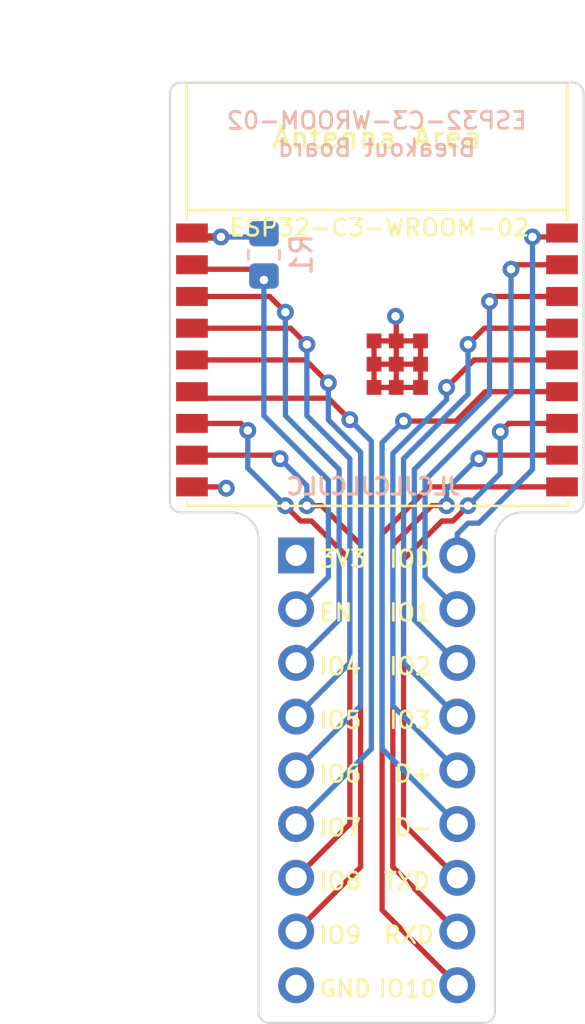
<source format=kicad_pcb>
(kicad_pcb (version 20221018) (generator pcbnew)
  (title_block (title "ESP32-C3-WROOM-02 Breakout Board") (date "2024-02-11") (rev "1.1") (company "K.Takata"))
  (layers (0 "F.Cu" signal) (1 "In1.Cu" signal) (2 "In2.Cu" signal) (31 "B.Cu" signal) (34 "B.Paste" user) (35 "F.Paste" user) (36 "B.SilkS" user "B.Silkscreen") (37 "F.SilkS" user "F.Silkscreen") (38 "B.Mask" user) (39 "F.Mask" user) (44 "Edge.Cuts" user))
  (net 0 "")
  (net 1 "+3.3V")
  (net 2 "EN")
  (net 3 "GPIO4")
  (net 4 "GPIO5")
  (net 5 "GPIO6")
  (net 6 "GPIO7")
  (net 7 "GPIO8")
  (net 8 "GPIO9")
  (net 9 "GND")
  (net 10 "GPIO10")
  (net 11 "U0RXD")
  (net 12 "U0TXD")
  (net 13 "USB_D-")
  (net 14 "USB_D+")
  (net 15 "GPIO3")
  (net 16 "GPIO2")
  (net 17 "GPIO1")
  (net 18 "GPIO0")
  (footprint "PCM_Espressif:ESP32-C3-WROOM-02" (layer "F.Cu") (at 69.863 51.62)
    (fp_text reference "U1" hide)
    (fp_text value "ESP32-C3-WROOM-02" (at 0.114 -6.154) (layer "F.SilkS") (effects (font (size 0.8 0.8) (thickness 0.13))))
    (fp_text user "Antenna Area" (at 0 -10.4) (layer "F.SilkS"))
    (fp_line (start -9 -13) (end -9 -6.5) (stroke (width 0.12)) (layer "F.SilkS"))
    (fp_line (start -9 -13) (end 9 -13) (stroke (width 0.12)) (layer "F.SilkS"))
    (fp_line (start -9 7) (end -9 6.75) (stroke (width 0.12)) (layer "F.SilkS"))
    (fp_line (start 9 -13) (end 9 -6.5) (stroke (width 0.12)) (layer "F.SilkS"))
    (fp_line (start 9 -7) (end -8.95 -7) (stroke (width 0.12)) (layer "F.SilkS"))
    (fp_line (start 9 6.75) (end 9 7) (stroke (width 0.12)) (layer "F.SilkS"))
    (fp_line (start 9 7) (end -9 7) (stroke (width 0.12)) (layer "F.SilkS"))
    (pad "1" smd rect (at -8.75 -5.9) (size 1.5 0.9) (layers "F.Cu" "F.Paste" "F.Mask") (net 1 "+3.3V"))
    (pad "2" smd rect (at -8.75 -4.4) (size 1.5 0.9) (layers "F.Cu" "F.Paste" "F.Mask") (net 2 "EN"))
    (pad "3" smd rect (at -8.75 -2.9) (size 1.5 0.9) (layers "F.Cu" "F.Paste" "F.Mask") (net 3 "GPIO4"))
    (pad "4" smd rect (at -8.75 -1.4) (size 1.5 0.9) (layers "F.Cu" "F.Paste" "F.Mask") (net 4 "GPIO5"))
    (pad "5" smd rect (at -8.75 0.1) (size 1.5 0.9) (layers "F.Cu" "F.Paste" "F.Mask") (net 5 "GPIO6"))
    (pad "6" smd rect (at -8.75 1.6) (size 1.5 0.9) (layers "F.Cu" "F.Paste" "F.Mask") (net 6 "GPIO7"))
    (pad "7" smd rect (at -8.75 3.1) (size 1.5 0.9) (layers "F.Cu" "F.Paste" "F.Mask") (net 7 "GPIO8"))
    (pad "8" smd rect (at -8.75 4.6) (size 1.5 0.9) (layers "F.Cu" "F.Paste" "F.Mask") (net 8 "GPIO9"))
    (pad "9" smd rect (at -8.75 6.1) (size 1.5 0.9) (layers "F.Cu" "F.Paste" "F.Mask") (net 9 "GND"))
    (pad "10" smd rect (at 8.75 6.1 180) (size 1.5 0.9) (layers "F.Cu" "F.Paste" "F.Mask") (net 10 "GPIO10"))
    (pad "11" smd rect (at 8.75 4.6 180) (size 1.5 0.9) (layers "F.Cu" "F.Paste" "F.Mask") (net 11 "U0RXD"))
    (pad "12" smd rect (at 8.75 3.1 180) (size 1.5 0.9) (layers "F.Cu" "F.Paste" "F.Mask") (net 12 "U0TXD"))
    (pad "13" smd rect (at 8.75 1.6 180) (size 1.5 0.9) (layers "F.Cu" "F.Paste" "F.Mask") (net 13 "USB_D-"))
    (pad "14" smd rect (at 8.75 0.1 180) (size 1.5 0.9) (layers "F.Cu" "F.Paste" "F.Mask") (net 14 "USB_D+"))
    (pad "15" smd rect (at 8.75 -1.4 180) (size 1.5 0.9) (layers "F.Cu" "F.Paste" "F.Mask") (net 15 "GPIO3"))
    (pad "16" smd rect (at 8.75 -2.9 180) (size 1.5 0.9) (layers "F.Cu" "F.Paste" "F.Mask") (net 16 "GPIO2"))
    (pad "17" smd rect (at 8.75 -4.4 180) (size 1.5 0.9) (layers "F.Cu" "F.Paste" "F.Mask") (net 17 "GPIO1"))
    (pad "18" smd rect (at 8.75 -5.9 180) (size 1.5 0.9) (layers "F.Cu" "F.Paste" "F.Mask") (net 18 "GPIO0"))
    (pad "19" smd rect (at -0.14 -0.8 180) (size 0.7 0.7) (layers "F.Cu" "F.Paste" "F.Mask") (net 9 "GND"))
    (pad "19" smd rect (at -0.14 0.3 180) (size 0.7 0.7) (layers "F.Cu" "F.Paste" "F.Mask") (net 9 "GND"))
    (pad "19" smd rect (at -0.14 1.4 180) (size 0.7 0.7) (layers "F.Cu" "F.Paste" "F.Mask") (net 9 "GND"))
    (pad "19" smd rect (at 0.91 -0.8 180) (size 0.7 0.7) (layers "F.Cu" "F.Paste" "F.Mask") (net 9 "GND"))
    (pad "19" smd rect (at 0.91 0.3 180) (size 0.7 0.7) (layers "F.Cu" "F.Paste" "F.Mask") (net 9 "GND"))
    (pad "19" smd rect (at 0.91 1.4 180) (size 0.7 0.7) (layers "F.Cu" "F.Paste" "F.Mask") (net 9 "GND"))
    (pad "19" smd rect (at 2.06 -0.8 180) (size 0.7 0.7) (layers "F.Cu" "F.Paste" "F.Mask") (net 9 "GND"))
    (pad "19" smd rect (at 2.06 0.3 180) (size 0.7 0.7) (layers "F.Cu" "F.Paste" "F.Mask") (net 9 "GND"))
    (pad "19" smd rect (at 2.06 1.4 180) (size 0.7 0.7) (layers "F.Cu" "F.Paste" "F.Mask") (net 9 "GND"))
  )
  (footprint "Connector_PinHeader_2.54mm:PinHeader_1x09_P2.54mm_Vertical" (layer "B.Cu") (at 66.04 60.96 180)
    (fp_text reference "J1" hide)
    (fp_text value "Conn_01x09_Pin" hide)
    (pad "1" thru_hole rect (at 0 0 180) (size 1.7 1.7) (drill 1) (layers "*.Cu" "*.Mask") (net 1 "+3.3V"))
    (pad "2" thru_hole oval (at 0 -2.54 180) (size 1.7 1.7) (drill 1) (layers "*.Cu" "*.Mask") (net 2 "EN"))
    (pad "3" thru_hole oval (at 0 -5.08 180) (size 1.7 1.7) (drill 1) (layers "*.Cu" "*.Mask") (net 3 "GPIO4"))
    (pad "4" thru_hole oval (at 0 -7.62 180) (size 1.7 1.7) (drill 1) (layers "*.Cu" "*.Mask") (net 4 "GPIO5"))
    (pad "5" thru_hole oval (at 0 -10.16 180) (size 1.7 1.7) (drill 1) (layers "*.Cu" "*.Mask") (net 5 "GPIO6"))
    (pad "6" thru_hole oval (at 0 -12.7 180) (size 1.7 1.7) (drill 1) (layers "*.Cu" "*.Mask") (net 6 "GPIO7"))
    (pad "7" thru_hole oval (at 0 -15.24 180) (size 1.7 1.7) (drill 1) (layers "*.Cu" "*.Mask") (net 7 "GPIO8"))
    (pad "8" thru_hole oval (at 0 -17.78 180) (size 1.7 1.7) (drill 1) (layers "*.Cu" "*.Mask") (net 8 "GPIO9"))
    (pad "9" thru_hole oval (at 0 -20.32 180) (size 1.7 1.7) (drill 1) (layers "*.Cu" "*.Mask") (net 9 "GND"))
  )
  (footprint "Resistor_SMD:R_0805_2012Metric_Pad1.20x1.40mm_HandSolder" (layer "B.Cu") (at 64.516 46.752 -90)
    (fp_text reference "R1" (at -0.016 -1.778 90) (layer "B.SilkS") (effects (justify mirror)))
    (fp_text value "10k")
    (fp_line (start -0.227064 -0.735) (end 0.227064 -0.735) (stroke (width 0.12)) (layer "B.SilkS"))
    (fp_line (start -0.227064 0.735) (end 0.227064 0.735) (stroke (width 0.12)) (layer "B.SilkS"))
    (pad "1" smd roundrect (at -1 0 270) (size 1.2 1.4) (layers "B.Cu" "B.Paste" "B.Mask") (roundrect_rratio 0.2083333333) (net 1 "+3.3V"))
    (pad "2" smd roundrect (at 1 0 270) (size 1.2 1.4) (layers "B.Cu" "B.Paste" "B.Mask") (roundrect_rratio 0.2083333333) (net 2 "EN"))
  )
  (footprint "Connector_PinHeader_2.54mm:PinHeader_1x09_P2.54mm_Vertical" (layer "B.Cu") (at 73.66 81.28)
    (fp_text reference "J2" hide)
    (fp_text value "Conn_01x09_Pin" hide)
    (pad "1" thru_hole oval (at 0 0) (size 1.7 1.7) (drill 1) (layers "*.Cu" "*.Mask") (net 10 "GPIO10"))
    (pad "2" thru_hole oval (at 0 -2.54) (size 1.7 1.7) (drill 1) (layers "*.Cu" "*.Mask") (net 11 "U0RXD"))
    (pad "3" thru_hole oval (at 0 -5.08) (size 1.7 1.7) (drill 1) (layers "*.Cu" "*.Mask") (net 12 "U0TXD"))
    (pad "4" thru_hole oval (at 0 -7.62) (size 1.7 1.7) (drill 1) (layers "*.Cu" "*.Mask") (net 13 "USB_D-"))
    (pad "5" thru_hole oval (at 0 -10.16) (size 1.7 1.7) (drill 1) (layers "*.Cu" "*.Mask") (net 14 "USB_D+"))
    (pad "6" thru_hole oval (at 0 -12.7) (size 1.7 1.7) (drill 1) (layers "*.Cu" "*.Mask") (net 15 "GPIO3"))
    (pad "7" thru_hole oval (at 0 -15.24) (size 1.7 1.7) (drill 1) (layers "*.Cu" "*.Mask") (net 16 "GPIO2"))
    (pad "8" thru_hole oval (at 0 -17.78) (size 1.7 1.7) (drill 1) (layers "*.Cu" "*.Mask") (net 17 "GPIO1"))
    (pad "9" thru_hole oval (at 0 -20.32) (size 1.7 1.7) (drill 1) (layers "*.Cu" "*.Mask") (net 18 "GPIO0"))
  )
  (gr_arc (start 79.629 58.42) (mid 79.48021 58.77921) (end 79.121 58.928) (stroke (width 0.1)) (layer "Edge.Cuts"))
  (gr_line (start 64.77 83.058) (end 74.93 83.058) (stroke (width 0.1)) (layer "Edge.Cuts"))
  (gr_line (start 76.708 58.928) (end 79.121 58.928) (stroke (width 0.1)) (layer "Edge.Cuts"))
  (gr_arc (start 64.77 83.058) (mid 64.41079 82.90921) (end 64.262 82.55) (stroke (width 0.1)) (layer "Edge.Cuts"))
  (gr_arc (start 60.579 58.928) (mid 60.21979 58.77921) (end 60.071 58.42) (stroke (width 0.1)) (layer "Edge.Cuts"))
  (gr_line (start 79.629 58.42) (end 79.629 39.116) (stroke (width 0.1)) (layer "Edge.Cuts"))
  (gr_arc (start 75.438 82.55) (mid 75.28921 82.90921) (end 74.93 83.058) (stroke (width 0.1)) (layer "Edge.Cuts"))
  (gr_line (start 60.579 58.928) (end 62.992 58.928) (stroke (width 0.1)) (layer "Edge.Cuts"))
  (gr_line (start 64.262 60.198) (end 64.262 82.55) (stroke (width 0.1)) (layer "Edge.Cuts"))
  (gr_line (start 79.121 38.608) (end 60.579 38.608) (stroke (width 0.1)) (layer "Edge.Cuts"))
  (gr_line (start 60.071 39.116) (end 60.071 58.42) (stroke (width 0.1)) (layer "Edge.Cuts"))
  (gr_arc (start 60.071 39.116) (mid 60.21979 38.75679) (end 60.579 38.608) (stroke (width 0.1)) (layer "Edge.Cuts"))
  (gr_arc (start 75.438 60.198) (mid 75.809974 59.299974) (end 76.708 58.928) (stroke (width 0.1)) (layer "Edge.Cuts"))
  (gr_line (start 75.438 82.55) (end 75.438 60.198) (stroke (width 0.1)) (layer "Edge.Cuts"))
  (gr_arc (start 79.121 38.608) (mid 79.48021 38.75679) (end 79.629 39.116) (stroke (width 0.1)) (layer "Edge.Cuts"))
  (gr_arc (start 62.992 58.928) (mid 63.890026 59.299974) (end 64.262 60.198) (stroke (width 0.1)) (layer "Edge.Cuts"))
  (gr_text "ESP32-C3-WROOM-02\nBreakout Board" (at 69.85 42.164) (layer "B.SilkS") (effects (font (size 0.8 0.8) (thickness 0.13)) (justify bottom mirror)))
  (gr_text "JLCJLCJLCJLC" (at 73.914 58.166) (layer "B.SilkS") (effects (font (size 0.8 0.8)) (justify left bottom mirror)))
  (gr_text "D+" (at 70.612 71.755) (layer "F.SilkS") (effects (font (size 0.8 0.8) (thickness 0.13)) (justify left bottom)))
  (gr_text "IO6" (at 67.056 71.755) (layer "F.SilkS") (effects (font (size 0.8 0.8) (thickness 0.13)) (justify left bottom)))
  (gr_text "3V3" (at 67.056 61.595) (layer "F.SilkS") (effects (font (size 0.8 0.8) (thickness 0.13)) (justify left bottom)))
  (gr_text "RXD" (at 70.104 79.375) (layer "F.SilkS") (effects (font (size 0.8 0.8) (thickness 0.13)) (justify left bottom)))
  (gr_text "IO0" (at 70.358 61.595) (layer "F.SilkS") (effects (font (size 0.8 0.8) (thickness 0.13)) (justify left bottom)))
  (gr_text "IO4" (at 67.056 66.675) (layer "F.SilkS") (effects (font (size 0.8 0.8) (thickness 0.13)) (justify left bottom)))
  (gr_text "IO7" (at 67.056 74.295) (layer "F.SilkS") (effects (font (size 0.8 0.8) (thickness 0.13)) (justify left bottom)))
  (gr_text "IO10" (at 69.85 81.915) (layer "F.SilkS") (effects (font (size 0.8 0.8) (thickness 0.13)) (justify left bottom)))
  (gr_text "TXD" (at 70.104 76.835) (layer "F.SilkS") (effects (font (size 0.8 0.8) (thickness 0.13)) (justify left bottom)))
  (gr_text "IO8" (at 67.056 76.835) (layer "F.SilkS") (effects (font (size 0.8 0.8) (thickness 0.13)) (justify left bottom)))
  (gr_text "IO1" (at 70.358 64.135) (layer "F.SilkS") (effects (font (size 0.8 0.8) (thickness 0.13)) (justify left bottom)))
  (gr_text "IO3" (at 70.358 69.215) (layer "F.SilkS") (effects (font (size 0.8 0.8) (thickness 0.13)) (justify left bottom)))
  (gr_text "IO9" (at 67.056 79.375) (layer "F.SilkS") (effects (font (size 0.8 0.8) (thickness 0.13)) (justify left bottom)))
  (gr_text "D-" (at 70.612 74.295) (layer "F.SilkS") (effects (font (size 0.8 0.8) (thickness 0.13)) (justify left bottom)))
  (gr_text "IO2" (at 70.358 66.675) (layer "F.SilkS") (effects (font (size 0.8 0.8) (thickness 0.13)) (justify left bottom)))
  (gr_text "IO5" (at 67.056 69.215) (layer "F.SilkS") (effects (font (size 0.8 0.8) (thickness 0.13)) (justify left bottom)))
  (gr_text "GND" (at 67.056 81.915) (layer "F.SilkS") (effects (font (size 0.8 0.8) (thickness 0.13)) (justify left bottom)))
  (gr_text "EN" (at 67.056 64.135) (layer "F.SilkS") (effects (font (size 0.8 0.8) (thickness 0.13)) (justify left bottom)))
  (segment (start 61.301 45.908) (end 61.113 45.72) (width 0.25) (layer "F.Cu") (net 1))
  (segment (start 62.484 45.908) (end 61.301 45.908) (width 0.35) (layer "F.Cu") (net 1))
  (segment (start 60.925 45.908) (end 61.113 45.72) (width 0.25) (layer "F.Cu") (net 1))
  (via (at 62.484 45.908) (size 0.8) (drill 0.4) (layers "F.Cu" "B.Cu") (net 1))
  (segment (start 64.36 45.908) (end 64.516 45.752) (width 0.35) (layer "B.Cu") (net 1))
  (segment (start 62.484 45.908) (end 64.36 45.908) (width 0.25) (layer "B.Cu") (net 1))
  (segment (start 60.901 47.432) (end 61.113 47.22) (width 0.25) (layer "F.Cu") (net 2))
  (segment (start 60.821653 46.928653) (end 61.113 47.22) (width 0.25) (layer "F.Cu") (net 2))
  (segment (start 61.325 47.432) (end 61.113 47.22) (width 0.25) (layer "F.Cu") (net 2))
  (segment (start 64.008 47.432) (end 61.325 47.432) (width 0.25) (layer "F.Cu") (net 2))
  (segment (start 64.516 47.94) (end 64.008 47.432) (width 0.25) (layer "F.Cu") (net 2))
  (via (at 64.516 47.94) (size 0.8) (drill 0.4) (layers "F.Cu" "B.Cu") (net 2))
  (segment (start 67.564 61.976) (end 67.564 57.404) (width 0.25) (layer "B.Cu") (net 2))
  (segment (start 66.04 63.5) (end 67.564 61.976) (width 0.25) (layer "B.Cu") (net 2))
  (segment (start 67.564 57.404) (end 64.516 54.356) (width 0.25) (layer "B.Cu") (net 2))
  (segment (start 64.516 54.356) (end 64.516 47.94) (width 0.25) (layer "B.Cu") (net 2))
  (segment (start 65.532 49.464) (end 64.788 48.72) (width 0.25) (layer "F.Cu") (net 3))
  (segment (start 60.877 48.956) (end 61.113 48.72) (width 0.25) (layer "F.Cu") (net 3))
  (segment (start 64.788 48.72) (end 61.113 48.72) (width 0.25) (layer "F.Cu") (net 3))
  (via (at 65.532 49.464) (size 0.8) (drill 0.4) (layers "F.Cu" "B.Cu") (net 3))
  (segment (start 66.04 66.04) (end 68.072 64.008) (width 0.25) (layer "B.Cu") (net 3))
  (segment (start 65.532 54.356) (end 65.532 49.464) (width 0.25) (layer "B.Cu") (net 3))
  (segment (start 68.072 56.896) (end 65.532 54.356) (width 0.25) (layer "B.Cu") (net 3))
  (segment (start 68.072 64.008) (end 68.072 56.896) (width 0.25) (layer "B.Cu") (net 3))
  (segment (start 61.113 50.22) (end 65.78 50.22) (width 0.25) (layer "F.Cu") (net 4))
  (segment (start 65.78 50.22) (end 66.548 50.988) (width 0.25) (layer "F.Cu") (net 4))
  (via (at 66.548 50.988) (size 0.8) (drill 0.4) (layers "F.Cu" "B.Cu") (net 4))
  (segment (start 68.58 56.388) (end 66.548 54.356) (width 0.25) (layer "B.Cu") (net 4))
  (segment (start 66.548 54.356) (end 66.548 50.988) (width 0.25) (layer "B.Cu") (net 4))
  (segment (start 68.58 66.04) (end 68.58 56.388) (width 0.25) (layer "B.Cu") (net 4))
  (segment (start 66.04 68.58) (end 68.58 66.04) (width 0.25) (layer "B.Cu") (net 4))
  (segment (start 66.481 51.72) (end 67.564 52.803) (width 0.25) (layer "F.Cu") (net 5))
  (segment (start 61.113 51.72) (end 66.481 51.72) (width 0.25) (layer "F.Cu") (net 5))
  (segment (start 60.813 51.72) (end 61.113 51.72) (width 0.25) (layer "F.Cu") (net 5))
  (via (at 67.564 52.803) (size 0.8) (drill 0.4) (layers "F.Cu" "B.Cu") (net 5))
  (segment (start 67.564 54.553305) (end 67.564 52.803) (width 0.25) (layer "B.Cu") (net 5))
  (segment (start 69.088 68.072) (end 69.088 56.077305) (width 0.25) (layer "B.Cu") (net 5))
  (segment (start 69.088 56.077305) (end 67.564 54.553305) (width 0.25) (layer "B.Cu") (net 5))
  (segment (start 66.04 71.12) (end 69.088 68.072) (width 0.25) (layer "B.Cu") (net 5))
  (segment (start 61.421 53.528) (end 61.113 53.22) (width 0.25) (layer "F.Cu") (net 6))
  (segment (start 68.58 54.544) (end 67.564 53.528) (width 0.25) (layer "F.Cu") (net 6))
  (segment (start 60.813 53.22) (end 61.113 53.22) (width 0.25) (layer "F.Cu") (net 6))
  (segment (start 67.564 53.528) (end 61.421 53.528) (width 0.25) (layer "F.Cu") (net 6))
  (via (at 68.58 54.544) (size 0.8) (drill 0.4) (layers "F.Cu" "B.Cu") (net 6))
  (segment (start 69.596 57.084) (end 69.596 55.56) (width 0.25) (layer "B.Cu") (net 6))
  (segment (start 66.04 73.66) (end 69.596 70.104) (width 0.25) (layer "B.Cu") (net 6))
  (segment (start 69.596 55.56) (end 68.58 54.544) (width 0.25) (layer "B.Cu") (net 6))
  (segment (start 69.596 60.132) (end 69.596 57.084) (width 0.25) (layer "B.Cu") (net 6))
  (segment (start 69.596 70.104) (end 69.596 58.928) (width 0.25) (layer "B.Cu") (net 6))
  (segment (start 63.754 55.052) (end 63.422 54.72) (width 0.25) (layer "F.Cu") (net 7))
  (segment (start 66.04 76.2) (end 68.58 73.66) (width 0.25) (layer "F.Cu") (net 7))
  (segment (start 63.422 54.72) (end 61.113 54.72) (width 0.25) (layer "F.Cu") (net 7))
  (segment (start 66.548 59.333) (end 66.247695 59.333) (width 0.25) (layer "F.Cu") (net 7))
  (segment (start 68.58 61.148) (end 66.765 59.333) (width 0.25) (layer "F.Cu") (net 7))
  (segment (start 66.247695 59.333) (end 65.532 58.617305) (width 0.25) (layer "F.Cu") (net 7))
  (segment (start 65.532 58.617305) (end 65.532 58.608) (width 0.25) (layer "F.Cu") (net 7))
  (segment (start 66.548 59.333) (end 66.765 59.333) (width 0.25) (layer "F.Cu") (net 7))
  (segment (start 60.813 54.72) (end 61.113 54.72) (width 0.25) (layer "F.Cu") (net 7))
  (segment (start 68.58 73.66) (end 68.58 61.148) (width 0.25) (layer "F.Cu") (net 7))
  (via (at 63.754 55.052) (size 0.8) (drill 0.4) (layers "F.Cu" "B.Cu") (net 7))
  (via (at 65.532 58.608) (size 0.8) (drill 0.4) (layers "F.Cu" "B.Cu") (net 7))
  (segment (start 63.754 56.83) (end 63.754 55.052) (width 0.25) (layer "B.Cu") (net 7))
  (segment (start 65.532 58.608) (end 63.754 56.83) (width 0.25) (layer "B.Cu") (net 7))
  (segment (start 66.04 78.74) (end 69.088 75.692) (width 0.25) (layer "F.Cu") (net 8))
  (segment (start 60.813 56.22) (end 61.113 56.22) (width 0.25) (layer "F.Cu") (net 8))
  (segment (start 67.244 58.608) (end 66.548 58.608) (width 0.25) (layer "F.Cu") (net 8))
  (segment (start 69.088 60.952812) (end 69.088 60.452) (width 0.25) (layer "F.Cu") (net 8))
  (segment (start 69.088 75.692) (end 69.088 60.952812) (width 0.25) (layer "F.Cu") (net 8))
  (segment (start 69.088 60.452) (end 67.244 58.608) (width 0.25) (layer "F.Cu") (net 8))
  (segment (start 65.364 56.22) (end 61.113 56.22) (width 0.25) (layer "F.Cu") (net 8))
  (via (at 65.278 56.388) (size 0.8) (drill 0.4) (layers "F.Cu" "B.Cu") (net 8))
  (via (at 66.548 58.608) (size 0.8) (drill 0.4) (layers "F.Cu" "B.Cu") (net 8))
  (segment (start 66.548 57.658) (end 65.278 56.388) (width 0.25) (layer "B.Cu") (net 8))
  (segment (start 66.548 58.608) (end 66.548 57.658) (width 0.25) (layer "B.Cu") (net 8))
  (segment (start 71.923 53.02) (end 71.923 50.82) (width 0.25) (layer "F.Cu") (net 9))
  (segment (start 61.113 57.72) (end 62.673 57.72) (width 0.25) (layer "F.Cu") (net 9))
  (segment (start 69.723 50.82) (end 69.723 53.02) (width 0.25) (layer "F.Cu") (net 9))
  (segment (start 70.773 49.691) (end 70.739 49.657) (width 0.25) (layer "F.Cu") (net 9))
  (segment (start 69.723 51.92) (end 71.923 51.92) (width 0.25) (layer "F.Cu") (net 9))
  (segment (start 62.673 57.72) (end 62.738 57.785) (width 0.25) (layer "F.Cu") (net 9))
  (segment (start 71.923 50.82) (end 69.723 50.82) (width 0.25) (layer "F.Cu") (net 9))
  (segment (start 69.723 53.02) (end 71.923 53.02) (width 0.25) (layer "F.Cu") (net 9))
  (segment (start 70.773 50.82) (end 70.773 49.691) (width 0.25) (layer "F.Cu") (net 9))
  (segment (start 70.773 50.82) (end 70.773 53.02) (width 0.25) (layer "F.Cu") (net 9))
  (via (at 70.739 49.657) (size 0.8) (drill 0.4) (layers "F.Cu" "B.Cu") (net 9))
  (via (at 62.738 57.785) (size 0.8) (drill 0.4) (layers "F.Cu" "B.Cu") (net 9))
  (segment (start 72.328 57.72) (end 78.613 57.72) (width 0.25) (layer "F.Cu") (net 10))
  (segment (start 70.104 59.944) (end 72.328 57.72) (width 0.25) (layer "F.Cu") (net 10))
  (segment (start 73.66 81.28) (end 70.104 77.724) (width 0.25) (layer "F.Cu") (net 10))
  (segment (start 70.104 77.724) (end 70.104 59.944) (width 0.25) (layer "F.Cu") (net 10))
  (segment (start 78.613 56.22) (end 78.913 56.22) (width 0.25) (layer "F.Cu") (net 11))
  (segment (start 78.613 56.22) (end 74.844 56.22) (width 0.25) (layer "F.Cu") (net 11))
  (segment (start 73.66 78.74) (end 70.612 75.692) (width 0.25) (layer "F.Cu") (net 11))
  (segment (start 74.844 56.22) (end 74.676 56.388) (width 0.25) (layer "F.Cu") (net 11))
  (segment (start 73.152 58.608) (end 72.456 58.608) (width 0.25) (layer "F.Cu") (net 11))
  (segment (start 70.612 60.452) (end 72.456 58.608) (width 0.25) (layer "F.Cu") (net 11))
  (segment (start 70.612 75.692) (end 70.612 60.452) (width 0.25) (layer "F.Cu") (net 11))
  (via (at 74.676 56.388) (size 0.8) (drill 0.4) (layers "F.Cu" "B.Cu") (net 11))
  (via (at 73.152 58.608) (size 0.8) (drill 0.4) (layers "F.Cu" "B.Cu") (net 11))
  (segment (start 74.61 56.388) (end 73.152 57.846) (width 0.25) (layer "B.Cu") (net 11))
  (segment (start 74.676 56.388) (end 74.61 56.388) (width 0.25) (layer "B.Cu") (net 11))
  (segment (start 73.152 57.846) (end 73.152 58.608) (width 0.25) (layer "B.Cu") (net 11))
  (segment (start 73.152 59.333) (end 73.452305 59.333) (width 0.25) (layer "F.Cu") (net 12))
  (segment (start 71.12 73.66) (end 73.66 76.2) (width 0.25) (layer "F.Cu") (net 12))
  (segment (start 75.692 55.118) (end 76.09 54.72) (width 0.25) (layer "F.Cu") (net 12))
  (segment (start 72.935 59.333) (end 71.12 61.148) (width 0.25) (layer "F.Cu") (net 12))
  (segment (start 73.452305 59.333) (end 74.168 58.617305) (width 0.25) (layer "F.Cu") (net 12))
  (segment (start 71.12 61.148) (end 71.12 73.66) (width 0.25) (layer "F.Cu") (net 12))
  (segment (start 76.09 54.72) (end 78.613 54.72) (width 0.25) (layer "F.Cu") (net 12))
  (segment (start 78.916 54.72) (end 78.613 54.72) (width 0.25) (layer "F.Cu") (net 12))
  (segment (start 74.168 58.617305) (end 74.168 58.608) (width 0.25) (layer "F.Cu") (net 12))
  (segment (start 73.152 59.333) (end 72.935 59.333) (width 0.25) (layer "F.Cu") (net 12))
  (via (at 74.168 58.608) (size 0.8) (drill 0.4) (layers "F.Cu" "B.Cu") (net 12))
  (via (at 75.692 55.118) (size 0.8) (drill 0.4) (layers "F.Cu" "B.Cu") (net 12))
  (segment (start 75.692 57.084) (end 75.692 55.118) (width 0.25) (layer "B.Cu") (net 12))
  (segment (start 74.168 58.608) (end 75.692 57.084) (width 0.25) (layer "B.Cu") (net 12))
  (segment (start 71.12 54.61) (end 73.594 54.61) (width 0.25) (layer "F.Cu") (net 13))
  (segment (start 74.984 53.22) (end 78.613 53.22) (width 0.25) (layer "F.Cu") (net 13))
  (segment (start 78.913 53.22) (end 78.613 53.22) (width 0.2) (layer "F.Cu") (net 13))
  (segment (start 73.594 54.61) (end 74.984 53.22) (width 0.25) (layer "F.Cu") (net 13))
  (via (at 71.12 54.61) (size 0.8) (drill 0.4) (layers "F.Cu" "B.Cu") (net 13))
  (segment (start 70.104 55.626) (end 71.12 54.61) (width 0.25) (layer "B.Cu") (net 13))
  (segment (start 70.104 70.104) (end 70.104 55.626) (width 0.25) (layer "B.Cu") (net 13))
  (segment (start 73.66 73.66) (end 70.104 70.104) (width 0.25) (layer "B.Cu") (net 13))
  (segment (start 73.152 53.02) (end 74.452 51.72) (width 0.25) (layer "F.Cu") (net 14))
  (segment (start 74.452 51.72) (end 78.613 51.72) (width 0.25) (layer "F.Cu") (net 14))
  (via (at 73.152 53.02) (size 0.8) (drill 0.4) (layers "F.Cu" "B.Cu") (net 14))
  (segment (start 73.152 53.603305) (end 73.152 53.02) (width 0.25) (layer "B.Cu") (net 14))
  (segment (start 73.66 71.12) (end 70.612 68.072) (width 0.25) (layer "B.Cu") (net 14))
  (segment (start 70.612 56.143305) (end 73.152 53.603305) (width 0.25) (layer "B.Cu") (net 14))
  (segment (start 70.612 68.072) (end 70.612 56.143305) (width 0.25) (layer "B.Cu") (net 14))
  (segment (start 74.936 50.22) (end 74.168 50.988) (width 0.25) (layer "F.Cu") (net 15))
  (segment (start 78.613 50.22) (end 74.936 50.22) (width 0.25) (layer "F.Cu") (net 15))
  (segment (start 78.353 50.48) (end 78.613 50.22) (width 0.25) (layer "F.Cu") (net 15))
  (via (at 74.168 50.988) (size 0.8) (drill 0.4) (layers "F.Cu" "B.Cu") (net 15))
  (segment (start 73.66 68.58) (end 71.12 66.04) (width 0.25) (layer "B.Cu") (net 15))
  (segment (start 71.12 66.04) (end 71.12 56.388) (width 0.25) (layer "B.Cu") (net 15))
  (segment (start 71.12 56.388) (end 74.168 53.34) (width 0.25) (layer "B.Cu") (net 15))
  (segment (start 74.168 53.34) (end 74.168 50.988) (width 0.25) (layer "B.Cu") (net 15))
  (segment (start 78.613 48.72) (end 75.42 48.72) (width 0.25) (layer "F.Cu") (net 16))
  (segment (start 78.849 48.956) (end 78.613 48.72) (width 0.25) (layer "F.Cu") (net 16))
  (segment (start 75.42 48.72) (end 75.184 48.956) (width 0.25) (layer "F.Cu") (net 16))
  (via (at 75.184 48.956) (size 0.8) (drill 0.4) (layers "F.Cu" "B.Cu") (net 16))
  (segment (start 71.628 56.896) (end 75.184 53.34) (width 0.25) (layer "B.Cu") (net 16))
  (segment (start 75.184 53.34) (end 75.184 48.956) (width 0.25) (layer "B.Cu") (net 16))
  (segment (start 71.628 64.008) (end 71.628 56.896) (width 0.25) (layer "B.Cu") (net 16))
  (segment (start 73.66 66.04) (end 71.628 64.008) (width 0.25) (layer "B.Cu") (net 16))
  (segment (start 78.825 47.432) (end 78.613 47.22) (width 0.25) (layer "F.Cu") (net 17))
  (segment (start 76.412 47.22) (end 78.613 47.22) (width 0.25) (layer "F.Cu") (net 17))
  (segment (start 76.2 47.432) (end 76.412 47.22) (width 0.25) (layer "F.Cu") (net 17))
  (via (at 76.2 47.432) (size 0.8) (drill 0.4) (layers "F.Cu" "B.Cu") (net 17))
  (segment (start 72.136 57.404) (end 76.2 53.34) (width 0.25) (layer "B.Cu") (net 17))
  (segment (start 73.66 63.5) (end 72.136 61.976) (width 0.25) (layer "B.Cu") (net 17))
  (segment (start 72.136 61.976) (end 72.136 57.404) (width 0.25) (layer "B.Cu") (net 17))
  (segment (start 76.2 53.34) (end 76.2 47.432) (width 0.25) (layer "B.Cu") (net 17))
  (segment (start 77.216 45.908) (end 78.425 45.908) (width 0.25) (layer "F.Cu") (net 18))
  (segment (start 78.801 45.908) (end 78.613 45.72) (width 0.25) (layer "F.Cu") (net 18))
  (segment (start 78.425 45.908) (end 78.613 45.72) (width 0.25) (layer "F.Cu") (net 18))
  (via (at 77.216 45.908) (size 0.8) (drill 0.4) (layers "F.Cu" "B.Cu") (net 18))
  (segment (start 73.66 59.944) (end 74.168 59.436) (width 0.25) (layer "B.Cu") (net 18))
  (segment (start 74.168 59.436) (end 74.676 59.436) (width 0.25) (layer "B.Cu") (net 18))
  (segment (start 77.216 56.896) (end 77.216 45.908) (width 0.25) (layer "B.Cu") (net 18))
  (segment (start 74.676 59.436) (end 77.216 56.896) (width 0.25) (layer "B.Cu") (net 18))
  (segment (start 73.66 60.96) (end 73.66 59.944) (width 0.25) (layer "B.Cu") (net 18))
)
</source>
